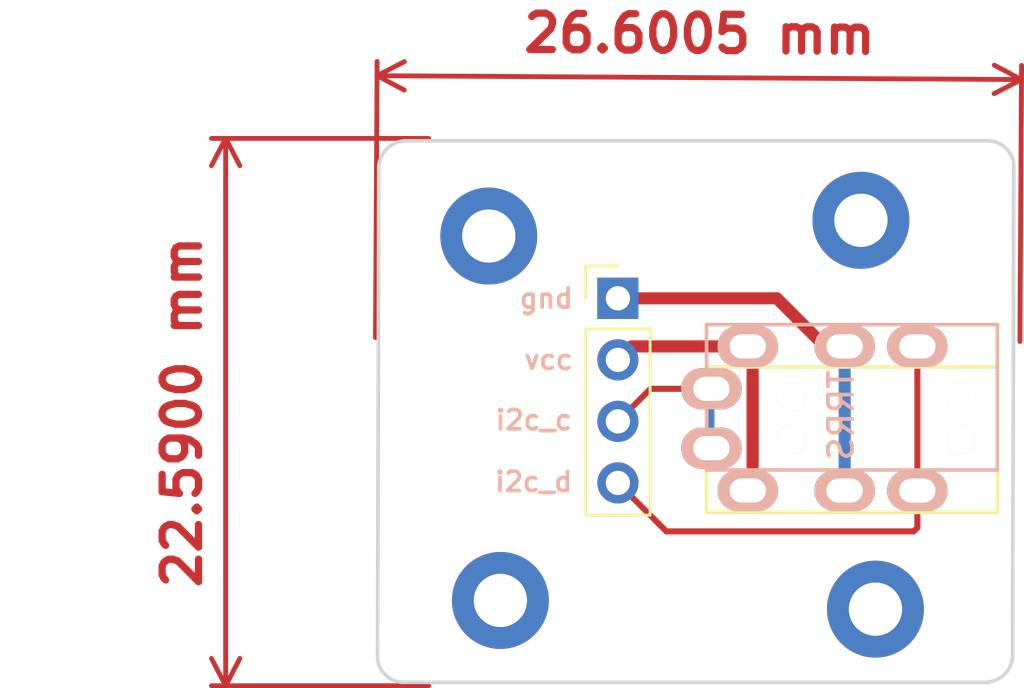
<source format=kicad_pcb>
(kicad_pcb (version 20211014) (generator pcbnew)
  (title_block (title "phoenix") (date "2022-12-31") (rev "v1.0.0") (company "Feencks"))
  (layers (0 "F.Cu" signal) (31 "B.Cu" signal) (34 "B.Paste" user) (35 "F.Paste" user) (36 "B.SilkS" user "B.Silkscreen") (37 "F.SilkS" user "F.Silkscreen") (38 "B.Mask" user) (39 "F.Mask" user) (44 "Edge.Cuts" user))
  (net 0 "")
  (net 1 "GND")
  (net 2 "VCC")
  (net 3 "/i2c_c")
  (net 4 "/i2c_d")
  (footprint "" (layer "F.Cu") (at 265.41 143.64)
    (fp_text reference "" (at 0 0) (layer "F.SilkS") (effects (font (size 1.27 1.27))))
    (fp_text value "" (at 0 0) (layer "F.SilkS") (effects (font (size 1.27 1.27))))
    (pad "" thru_hole circle locked (at 0 0 180) (size 4 4) (drill 2.2) (layers F&B.Cu *.Mask "Dwgs.User"))
  )
  (footprint "" (layer "F.Cu") (at 264.81 127.59)
    (fp_text reference "" (at 0 0) (layer "F.SilkS") (effects (font (size 1.27 1.27))))
    (fp_text value "" (at 0 0) (layer "F.SilkS") (effects (font (size 1.27 1.27))))
    (pad "" thru_hole circle locked (at 0 0 180) (size 4 4) (drill 2.2) (layers F&B.Cu *.Mask "Dwgs.User"))
  )
  (footprint "Connector_PinHeader_2.54mm:PinHeader_1x04_P2.54mm_Vertical" (layer "F.Cu") (at 254.78 130.81)
    (fp_text reference "REF**" hide)
    (fp_text value "PinHeader_1x04_P2.54mm_Vertical" hide)
    (fp_line (start -1.33 -1.33) (end 0 -1.33) (layer "F.SilkS") (width 0.12))
    (fp_line (start -1.33 1.27) (end 1.33 1.27) (layer "F.SilkS") (width 0.12))
    (fp_line (start -1.33 1.27) (end -1.33 8.95) (layer "F.SilkS") (width 0.12))
    (fp_line (start -1.33 0) (end -1.33 -1.33) (layer "F.SilkS") (width 0.12))
    (fp_line (start 1.33 1.27) (end 1.33 8.95) (layer "F.SilkS") (width 0.12))
    (fp_line (start -1.33 8.95) (end 1.33 8.95) (layer "F.SilkS") (width 0.12))
    (pad "1" thru_hole rect (at 0 0) (size 1.7 1.7) (drill 1) (layers *.Cu *.Mask) (net 1 "GND"))
    (pad "2" thru_hole oval (at 0 2.54) (size 1.7 1.7) (drill 1) (layers *.Cu *.Mask) (net 2 "VCC"))
    (pad "3" thru_hole oval (at 0 5.08) (size 1.7 1.7) (drill 1) (layers *.Cu *.Mask) (net 3 "/i2c_c"))
    (pad "4" thru_hole oval (at 0 7.62) (size 1.7 1.7) (drill 1) (layers *.Cu *.Mask) (net 4 "/i2c_d"))
  )
  (footprint "" (layer "F.Cu") (at 249.45 128.24)
    (fp_text reference "" (at 0 0) (layer "F.SilkS") (effects (font (size 1.27 1.27))))
    (fp_text value "" (at 0 0) (layer "F.SilkS") (effects (font (size 1.27 1.27))))
    (pad "" thru_hole circle locked (at 0 0 180) (size 4 4) (drill 2.2) (layers F&B.Cu *.Mask "Dwgs.User"))
  )
  (footprint "SofleKeyboard-footprint:M2_HOLE_PCB" (layer "B.Cu") (at 249.93 143.28 180)
    (fp_text reference "TH1" hide)
    (fp_text value "HOLE" hide)
    (pad "" thru_hole circle locked (at 0 0 180) (size 4 4) (drill 2.2) (layers F&B.Cu *.Mask "Dwgs.User"))
  )
  (footprint "SofleKeyboard-footprint:MJ-4PP-9" (layer "B.Cu") (at 270.44 134.895 90)
    (fp_text reference "J2")
    (fp_text value "4PIN" hide)
    (fp_text user "TRRS" (at -0.75 -6.45 90) (layer "B.SilkS") (effects (justify mirror)))
    (fp_text user "TRRS" (at -0.75 -6.45 90) (layer "B.SilkS") (effects (justify mirror)))
    (fp_line (start -3 0) (end 3 0) (layer "B.SilkS") (width 0.15))
    (fp_line (start 3 0) (end 3 -12) (layer "B.SilkS") (width 0.15))
    (fp_line (start -3 -12) (end -3 0) (layer "B.SilkS") (width 0.15))
    (fp_line (start 3 -12) (end -3 -12) (layer "B.SilkS") (width 0.15))
    (fp_line (start -4.75 -12) (end -4.75 0) (layer "F.SilkS") (width 0.15))
    (fp_line (start -4.75 0) (end 1.25 0) (layer "F.SilkS") (width 0.15))
    (fp_line (start 1.25 0) (end 1.25 -12) (layer "F.SilkS") (width 0.15))
    (fp_line (start 1.25 -12) (end -4.75 -12) (layer "F.SilkS") (width 0.15))
    (pad "" np_thru_hole circle locked (at 0 -1.5 90) (size 1.2 1.2) (drill 1.2) (layers F&B.Cu *.Mask "B.SilkS"))
    (pad "" np_thru_hole circle locked (at -1.75 -1.5 90) (size 1.2 1.2) (drill 1.2) (layers F&B.Cu *.Mask "B.SilkS"))
    (pad "" np_thru_hole circle locked (at -1.75 -8.5 90) (size 1.2 1.2) (drill 1.2) (layers F&B.Cu *.Mask "B.SilkS"))
    (pad "" np_thru_hole circle locked (at 0 -8.5 90) (size 1.2 1.2) (drill 1.2) (layers F&B.Cu *.Mask "B.SilkS"))
    (pad "1" thru_hole oval locked (at 2.1 -10.3 90) (size 1.7 2.5) (drill oval 1 1.5) (layers F&B.Cu *.Mask "B.SilkS") (net 2 "VCC") (clearance 0.15))
    (pad "1" thru_hole oval locked (at -3.85 -10.3 90) (size 1.7 2.5) (drill oval 1 1.5) (layers F&B.Cu *.Mask "B.SilkS") (net 2 "VCC") (clearance 0.15))
    (pad "2" thru_hole oval locked (at 2.1 -6.3 90) (size 1.7 2.5) (drill oval 1 1.5) (layers F&B.Cu *.Mask "B.SilkS") (net 1 "GND"))
    (pad "2" thru_hole oval locked (at -3.85 -6.3 90) (size 1.7 2.5) (drill oval 1 1.5) (layers F&B.Cu *.Mask "B.SilkS") (net 1 "GND"))
    (pad "3" thru_hole oval locked (at 2.1 -3.3 90) (size 1.7 2.5) (drill oval 1 1.5) (layers *.Cu *.Mask "B.SilkS") (net 4 "/i2c_d"))
    (pad "3" thru_hole oval locked (at -3.85 -3.3 90) (size 1.7 2.5) (drill oval 1 1.5) (layers *.Cu *.Mask "B.SilkS") (net 4 "/i2c_d"))
    (pad "4" thru_hole oval locked (at -2.1 -11.8 90) (size 1.7 2.5) (drill oval 1 1.5) (layers *.Cu *.Mask "B.SilkS") (net 3 "/i2c_c") (clearance 0.15))
    (pad "4" thru_hole oval locked (at 0.35 -11.8 90) (size 1.7 2.5) (drill oval 1 1.5) (layers *.Cu *.Mask "B.SilkS") (net 3 "/i2c_c") (clearance 0.15))
  )
  (gr_arc (start 270.09 124.31) (mid 270.851681 124.670962) (end 271.12 125.47) (layer "Edge.Cuts") (width 0.15))
  (gr_line (start 270.09 124.31) (end 245.98 124.31) (layer "Edge.Cuts") (width 0.15))
  (gr_line (start 244.86 145.5) (end 244.91 125.54) (layer "Edge.Cuts") (width 0.15))
  (gr_arc (start 271.07 145.43) (mid 270.793076 146.269496) (end 270 146.66) (layer "Edge.Cuts") (width 0.15))
  (gr_arc (start 244.91 125.54) (mid 245.186912 124.700487) (end 245.98 124.31) (layer "Edge.Cuts") (width 0.15))
  (gr_line (start 245.89 146.66) (end 270 146.66) (layer "Edge.Cuts") (width 0.15))
  (gr_arc (start 245.89 146.66) (mid 245.128308 146.299045) (end 244.86 145.5) (layer "Edge.Cuts") (width 0.15))
  (gr_line (start 271.07 145.43) (end 271.12 125.47) (layer "Edge.Cuts") (width 0.15))
  (gr_text "gnd" (at 253.01 130.81) (layer "B.SilkS") (effects (font (size 0.8 0.8)) (justify right)))
  (gr_text "i2c_c" (at 252.97 135.83) (layer "B.SilkS") (effects (font (size 0.8 0.8)) (justify right)))
  (gr_text "vcc" (at 253.01 133.34) (layer "B.SilkS") (effects (font (size 0.8 0.8)) (justify right)))
  (gr_text "i2c_d" (at 252.98 138.38) (layer "B.SilkS") (effects (font (size 0.8 0.8)) (justify right)))
  (gr_text "vcc" (at 253.01 133.35) (layer "F.SilkS") (effects (font (size 0.8 0.8)) (justify right)))
  (gr_text "i2c_d" (at 252.98 138.39) (layer "F.SilkS") (effects (font (size 0.8 0.8)) (justify right)))
  (gr_text "i2c_c" (at 252.97 135.84) (layer "F.SilkS") (effects (font (size 0.8 0.8)) (justify right)))
  (gr_text "gnd" (at 253.01 130.82) (layer "F.SilkS") (effects (font (size 0.8 0.8)) (justify right)))
  (dimension (type aligned) (layer "F.Cu") (pts (xy 247.47 124.21) (xy 247.47 146.8)) (height 8.88) (gr_text "22,5900 mm" (at 236.79 135.505 90) (layer "F.Cu") (effects (font (size 1.5 1.5) (thickness 0.3)))) (format (units 3) (units_format 1) (precision 4)) (style (thickness 0.2) (arrow_length 1.27) (text_position_mode 0) (extension_height 0.58642) (extension_offset 0.5) keep_text_aligned))
  (dimension (type aligned) (layer "F.Cu") (pts (xy 244.77 132.93) (xy 271.37 133.09)) (height -11.309148) (gr_text "26,6005 mm" (at 258.148851 119.90109 359.6553679) (layer "F.Cu") (effects (font (size 1.5 1.5) (thickness 0.3)))) (format (units 3) (units_format 1) (precision 4)) (style (thickness 0.2) (arrow_length 1.27) (text_position_mode 0) (extension_height 0.58642) (extension_offset 0.5) keep_text_aligned))
  (segment (start 254.78 130.81) (end 261.339828 130.81) (width 0.5) (layer "F.Cu") (net 1))
  (segment (start 264.14 138.745) (end 264.578047 138.745) (width 0.25) (layer "F.Cu") (net 1))
  (segment (start 263.324828 132.795) (end 264.14 132.795) (width 0.5) (layer "F.Cu") (net 1))
  (segment (start 261.339828 130.81) (end 263.324828 132.795) (width 0.5) (layer "F.Cu") (net 1))
  (segment (start 264.14 138.745) (end 264.14 132.795) (width 0.5) (layer "B.Cu") (net 1))
  (segment (start 263.625 132.28) (end 264.14 132.795) (width 0.5) (layer "B.Cu") (net 1))
  (segment (start 264.14 132.795) (end 263.565 132.22) (width 0.5) (layer "B.Cu") (net 1))
  (segment (start 260.34001 134.006519) (end 260.34001 138.54499) (width 0.5) (layer "F.Cu") (net 2))
  (segment (start 254.78 133.35) (end 255.335 132.795) (width 0.5) (layer "F.Cu") (net 2))
  (segment (start 260.34001 138.54499) (end 260.14 138.745) (width 0.5) (layer "F.Cu") (net 2))
  (segment (start 260.34001 137.533481) (end 260.34001 132.99501) (width 0.5) (layer "F.Cu") (net 2))
  (segment (start 255.335 132.795) (end 260.14 132.795) (width 0.5) (layer "F.Cu") (net 2))
  (segment (start 260.34001 132.99501) (end 260.14 132.795) (width 0.5) (layer "F.Cu") (net 2))
  (segment (start 258.64 134.545) (end 256.125 134.545) (width 0.25) (layer "F.Cu") (net 3))
  (segment (start 256.125 134.545) (end 254.78 135.89) (width 0.25) (layer "F.Cu") (net 3))
  (segment (start 258.64 134.545) (end 258.64 133.998) (width 0.25) (layer "B.Cu") (net 3))
  (segment (start 258.64 134.545) (end 258.64 136.995) (width 0.25) (layer "B.Cu") (net 3))
  (segment (start 258.24 134.545) (end 258.64 134.545) (width 0.25) (layer "B.Cu") (net 3))
  (segment (start 267.14 138.745) (end 267.14 140.28) (width 0.25) (layer "F.Cu") (net 4))
  (segment (start 266.99 140.43) (end 256.78 140.43) (width 0.25) (layer "F.Cu") (net 4))
  (segment (start 256.78 140.43) (end 254.78 138.43) (width 0.25) (layer "F.Cu") (net 4))
  (segment (start 267.14 140.28) (end 266.99 140.43) (width 0.25) (layer "F.Cu") (net 4))
  (segment (start 266.74 132.795) (end 267.14 132.795) (width 0.25) (layer "F.Cu") (net 4))
  (segment (start 267.14 138.745) (end 267.14 132.795) (width 0.25) (layer "F.Cu") (net 4))
)
</source>
